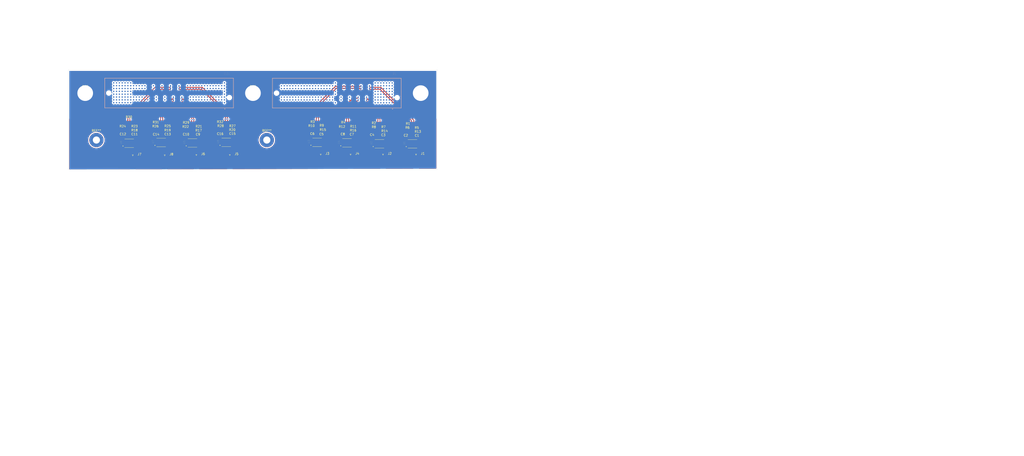
<source format=kicad_pcb>
(kicad_pcb (version 20211014) (generator pcbnew)
  (layers (0 "F.Cu" signal) (1 "In1.Cu" power) (2 "In2.Cu" signal) (31 "B.Cu" signal) (34 "B.Paste" user) (35 "F.Paste" user) (36 "B.SilkS" user "B.Silkscreen") (37 "F.SilkS" user "F.Silkscreen") (38 "B.Mask" user) (39 "F.Mask" user) (44 "Edge.Cuts" user))
  (net 0 "")
  (net 1 "Net-(C1-Pad2)")
  (net 2 "Net-(C1-Pad1)")
  (net 3 "Net-(C2-Pad2)")
  (net 4 "Net-(C2-Pad1)")
  (net 5 "Net-(C3-Pad2)")
  (net 6 "Net-(C3-Pad1)")
  (net 7 "Net-(C4-Pad2)")
  (net 8 "Net-(C4-Pad1)")
  (net 9 "Net-(C5-Pad2)")
  (net 10 "Net-(C5-Pad1)")
  (net 11 "Net-(C6-Pad2)")
  (net 12 "Net-(C6-Pad1)")
  (net 13 "Net-(C7-Pad2)")
  (net 14 "Net-(C7-Pad1)")
  (net 15 "Net-(C8-Pad2)")
  (net 16 "Net-(C8-Pad1)")
  (net 17 "Net-(C9-Pad2)")
  (net 18 "Net-(C9-Pad1)")
  (net 19 "Net-(C10-Pad2)")
  (net 20 "Net-(C10-Pad1)")
  (net 21 "Net-(C11-Pad2)")
  (net 22 "Net-(C11-Pad1)")
  (net 23 "Net-(C12-Pad2)")
  (net 24 "Net-(C12-Pad1)")
  (net 25 "Net-(C13-Pad2)")
  (net 26 "Net-(C13-Pad1)")
  (net 27 "Net-(C14-Pad2)")
  (net 28 "Net-(C14-Pad1)")
  (net 29 "Net-(C15-Pad2)")
  (net 30 "Net-(C15-Pad1)")
  (net 31 "Net-(C16-Pad2)")
  (net 32 "Net-(C16-Pad1)")
  (net 33 "Net-(J1-Pad1)")
  (net 34 "GND")
  (net 35 "Net-(J2-Pad1)")
  (net 36 "Net-(J3-Pad1)")
  (net 37 "Net-(J4-Pad1)")
  (net 38 "Net-(J5-Pad1)")
  (net 39 "Net-(J6-Pad1)")
  (net 40 "Net-(J7-Pad1)")
  (net 41 "Net-(J8-Pad1)")
  (net 42 "ADC_A0_P")
  (net 43 "ADC_A0_N")
  (net 44 "ADC_A1_P")
  (net 45 "ADC_A1_N")
  (net 46 "ADC_B0_N")
  (net 47 "ADC_B0_P")
  (net 48 "ADC_B1_N")
  (net 49 "ADC_B1_P")
  (net 50 "DAC_B0_N")
  (net 51 "DAC_B0_P")
  (net 52 "DAC_A1_P")
  (net 53 "DAC_A1_N")
  (net 54 "DAC_A0_P")
  (net 55 "DAC_A0_N")
  (net 56 "DAC_B1_N")
  (net 57 "DAC_B1_P")
  (net 58 "Net-(U1-Pad1)")
  (net 59 "Net-(U2-Pad1)")
  (net 60 "Net-(U3-Pad1)")
  (net 61 "Net-(U4-Pad1)")
  (net 62 "Net-(U5-Pad1)")
  (net 63 "Net-(U6-Pad1)")
  (net 64 "Net-(U7-Pad1)")
  (net 65 "Net-(U8-Pad1)")
  (net 66 "Net-(J9-PadA21)")
  (net 67 "Net-(J9-PadA07)")
  (net 68 "Net-(J9-PadA06)")
  (net 69 "Net-(J9-PadA05)")
  (net 70 "Net-(J9-PadA04)")
  (net 71 "Net-(J9-PadA03)")
  (net 72 "Net-(J9-PadA02)")
  (net 73 "Net-(J9-PadB40)")
  (net 74 "Net-(J9-PadB39)")
  (net 75 "Net-(J9-PadB38)")
  (net 76 "Net-(J9-PadB37)")
  (net 77 "Net-(J9-PadB36)")
  (net 78 "Net-(J9-PadB35)")
  (net 79 "Net-(J9-PadB34)")
  (net 80 "Net-(J9-PadB33)")
  (net 81 "Net-(J9-PadB32)")
  (net 82 "Net-(J9-PadB31)")
  (net 83 "Net-(J9-PadB30)")
  (net 84 "Net-(J9-PadB29)")
  (net 85 "Net-(J9-PadB28)")
  (net 86 "Net-(J9-PadB27)")
  (net 87 "Net-(J9-PadB26)")
  (net 88 "Net-(J9-PadB25)")
  (net 89 "Net-(J9-PadB24)")
  (net 90 "Net-(J9-PadB23)")
  (net 91 "Net-(J9-PadB22)")
  (net 92 "Net-(J9-PadB07)")
  (net 93 "Net-(J9-PadB06)")
  (net 94 "Net-(J9-PadB05)")
  (net 95 "Net-(J9-PadB04)")
  (net 96 "Net-(J9-PadB03)")
  (net 97 "Net-(J9-PadB02)")
  (net 98 "Net-(J9-PadC40)")
  (net 99 "Net-(J9-PadC39)")
  (net 100 "Net-(J9-PadC38)")
  (net 101 "Net-(J9-PadC37)")
  (net 102 "Net-(J9-PadC36)")
  (net 103 "Net-(J9-PadC35)")
  (net 104 "Net-(J9-PadC34)")
  (net 105 "Net-(J9-PadC33)")
  (net 106 "Net-(J9-PadC32)")
  (net 107 "Net-(J9-PadC31)")
  (net 108 "Net-(J9-PadC30)")
  (net 109 "Net-(J9-PadC29)")
  (net 110 "Net-(J9-PadC28)")
  (net 111 "Net-(J9-PadC27)")
  (net 112 "Net-(J9-PadC26)")
  (net 113 "Net-(J9-PadC25)")
  (net 114 "Net-(J9-PadC24)")
  (net 115 "Net-(J9-PadC23)")
  (net 116 "Net-(J9-PadC22)")
  (net 117 "Net-(J9-PadC07)")
  (net 118 "Net-(J9-PadC06)")
  (net 119 "Net-(J9-PadC05)")
  (net 120 "Net-(J9-PadC04)")
  (net 121 "Net-(J9-PadC03)")
  (net 122 "Net-(J9-PadC02)")
  (net 123 "Net-(J9-PadD21)")
  (net 124 "Net-(J9-PadD07)")
  (net 125 "Net-(J9-PadD06)")
  (net 126 "Net-(J9-PadD05)")
  (net 127 "Net-(J9-PadD04)")
  (net 128 "Net-(J9-PadD03)")
  (net 129 "Net-(J9-PadD02)")
  (net 130 "Net-(J9-PadE21)")
  (net 131 "Net-(J9-PadE07)")
  (net 132 "Net-(J9-PadE06)")
  (net 133 "Net-(J9-PadE05)")
  (net 134 "Net-(J9-PadE04)")
  (net 135 "Net-(J9-PadE03)")
  (net 136 "Net-(J9-PadE02)")
  (net 137 "Net-(J9-PadF40)")
  (net 138 "Net-(J9-PadF39)")
  (net 139 "Net-(J9-PadF38)")
  (net 140 "Net-(J9-PadF37)")
  (net 141 "Net-(J9-PadF36)")
  (net 142 "Net-(J9-PadF35)")
  (net 143 "Net-(J9-PadF34)")
  (net 144 "Net-(J9-PadF33)")
  (net 145 "Net-(J9-PadF32)")
  (net 146 "Net-(J9-PadF31)")
  (net 147 "Net-(J9-PadF30)")
  (net 148 "Net-(J9-PadF29)")
  (net 149 "Net-(J9-PadF28)")
  (net 150 "Net-(J9-PadF27)")
  (net 151 "Net-(J9-PadF26)")
  (net 152 "Net-(J9-PadF25)")
  (net 153 "Net-(J9-PadF24)")
  (net 154 "Net-(J9-PadF23)")
  (net 155 "Net-(J9-PadF22)")
  (net 156 "Net-(J9-PadF21)")
  (net 157 "Net-(J9-PadF07)")
  (net 158 "Net-(J9-PadF06)")
  (net 159 "Net-(J9-PadF05)")
  (net 160 "Net-(J9-PadF04)")
  (net 161 "Net-(J9-PadF03)")
  (net 162 "Net-(J9-PadF02)")
  (net 163 "Net-(J9-PadG40)")
  (net 164 "Net-(J9-PadG39)")
  (net 165 "Net-(J9-PadG38)")
  (net 166 "Net-(J9-PadG37)")
  (net 167 "Net-(J9-PadG36)")
  (net 168 "Net-(J9-PadG35)")
  (net 169 "Net-(J9-PadG34)")
  (net 170 "Net-(J9-PadG33)")
  (net 171 "Net-(J9-PadG32)")
  (net 172 "Net-(J9-PadG31)")
  (net 173 "Net-(J9-PadG30)")
  (net 174 "Net-(J9-PadG29)")
  (net 175 "Net-(J9-PadG28)")
  (net 176 "Net-(J9-PadG27)")
  (net 177 "Net-(J9-PadG26)")
  (net 178 "Net-(J9-PadG25)")
  (net 179 "Net-(J9-PadG24)")
  (net 180 "Net-(J9-PadG23)")
  (net 181 "Net-(J9-PadG22)")
  (net 182 "Net-(J9-PadG21)")
  (net 183 "Net-(J9-PadG07)")
  (net 184 "Net-(J9-PadG06)")
  (net 185 "Net-(J9-PadG05)")
  (net 186 "Net-(J9-PadG04)")
  (net 187 "Net-(J9-PadG03)")
  (net 188 "Net-(J9-PadG02)")
  (net 189 "Net-(J9-PadH21)")
  (net 190 "Net-(J9-PadH07)")
  (net 191 "Net-(J9-PadH06)")
  (net 192 "Net-(J9-PadH05)")
  (net 193 "Net-(J9-PadH04)")
  (net 194 "Net-(J9-PadH03)")
  (net 195 "Net-(J9-PadH02)")
  (net 196 "Net-(J9-PadH01)")
  (net 197 "Net-(J9-PadG01)")
  (net 198 "Net-(J9-PadF01)")
  (net 199 "Net-(J9-PadE01)")
  (net 200 "Net-(J9-PadD01)")
  (net 201 "Net-(J9-PadC01)")
  (net 202 "Net-(J9-PadB01)")
  (net 203 "Net-(J9-PadA01)")
  (net 204 "Net-(J10-PadA40)")
  (net 205 "Net-(J10-PadA39)")
  (net 206 "Net-(J10-PadA38)")
  (net 207 "Net-(J10-PadA37)")
  (net 208 "Net-(J10-PadA36)")
  (net 209 "Net-(J10-PadA35)")
  (net 210 "Net-(J10-PadA34)")
  (net 211 "Net-(J10-PadB40)")
  (net 212 "Net-(J10-PadB39)")
  (net 213 "Net-(J10-PadB38)")
  (net 214 "Net-(J10-PadB37)")
  (net 215 "Net-(J10-PadB36)")
  (net 216 "Net-(J10-PadB35)")
  (net 217 "Net-(J10-PadB34)")
  (net 218 "Net-(J10-PadB33)")
  (net 219 "Net-(J10-PadB32)")
  (net 220 "Net-(J10-PadB31)")
  (net 221 "Net-(J10-PadB30)")
  (net 222 "Net-(J10-PadB29)")
  (net 223 "Net-(J10-PadB28)")
  (net 224 "Net-(J10-PadB12)")
  (net 225 "Net-(J10-PadB11)")
  (net 226 "Net-(J10-PadB09)")
  (net 227 "Net-(J10-PadB08)")
  (net 228 "Net-(J10-PadB07)")
  (net 229 "Net-(J10-PadB06)")
  (net 230 "Net-(J10-PadB05)")
  (net 231 "Net-(J10-PadB04)")
  (net 232 "Net-(J10-PadB03)")
  (net 233 "Net-(J10-PadB02)")
  (net 234 "Net-(J10-PadC40)")
  (net 235 "Net-(J10-PadC39)")
  (net 236 "Net-(J10-PadC38)")
  (net 237 "Net-(J10-PadC37)")
  (net 238 "Net-(J10-PadC36)")
  (net 239 "Net-(J10-PadC35)")
  (net 240 "Net-(J10-PadC34)")
  (net 241 "Net-(J10-PadC33)")
  (net 242 "Net-(J10-PadC32)")
  (net 243 "Net-(J10-PadC31)")
  (net 244 "Net-(J10-PadC30)")
  (net 245 "Net-(J10-PadC29)")
  (net 246 "Net-(J10-PadC28)")
  (net 247 "Net-(J10-PadC12)")
  (net 248 "Net-(J10-PadC11)")
  (net 249 "Net-(J10-PadC09)")
  (net 250 "Net-(J10-PadC08)")
  (net 251 "Net-(J10-PadC07)")
  (net 252 "Net-(J10-PadC06)")
  (net 253 "Net-(J10-PadC05)")
  (net 254 "Net-(J10-PadC04)")
  (net 255 "Net-(J10-PadC03)")
  (net 256 "Net-(J10-PadC02)")
  (net 257 "Net-(J10-PadD40)")
  (net 258 "Net-(J10-PadD39)")
  (net 259 "Net-(J10-PadD38)")
  (net 260 "Net-(J10-PadD37)")
  (net 261 "Net-(J10-PadD36)")
  (net 262 "Net-(J10-PadD35)")
  (net 263 "Net-(J10-PadD34)")
  (net 264 "Net-(J10-PadE40)")
  (net 265 "Net-(J10-PadE39)")
  (net 266 "Net-(J10-PadE38)")
  (net 267 "Net-(J10-PadE37)")
  (net 268 "Net-(J10-PadE36)")
  (net 269 "Net-(J10-PadE35)")
  (net 270 "Net-(J10-PadE34)")
  (net 271 "Net-(J10-PadF40)")
  (net 272 "Net-(J10-PadF39)")
  (net 273 "Net-(J10-PadF38)")
  (net 274 "Net-(J10-PadF37)")
  (net 275 "Net-(J10-PadF36)")
  (net 276 "Net-(J10-PadF35)")
  (net 277 "Net-(J10-PadF34)")
  (net 278 "Net-(J10-PadF33)")
  (net 279 "Net-(J10-PadF32)")
  (net 280 "Net-(J10-PadF31)")
  (net 281 "Net-(J10-PadF30)")
  (net 282 "Net-(J10-PadF29)")
  (net 283 "Net-(J10-PadF13)")
  (net 284 "Net-(J10-PadF12)")
  (net 285 "Net-(J10-PadF10)")
  (net 286 "Net-(J10-PadF09)")
  (net 287 "Net-(J10-PadF08)")
  (net 288 "Net-(J10-PadF07)")
  (net 289 "Net-(J10-PadF06)")
  (net 290 "Net-(J10-PadF05)")
  (net 291 "Net-(J10-PadF04)")
  (net 292 "Net-(J10-PadF03)")
  (net 293 "Net-(J10-PadF02)")
  (net 294 "Net-(J10-PadG40)")
  (net 295 "Net-(J10-PadG39)")
  (net 296 "Net-(J10-PadG38)")
  (net 297 "Net-(J10-PadG37)")
  (net 298 "Net-(J10-PadG36)")
  (net 299 "Net-(J10-PadG35)")
  (net 300 "Net-(J10-PadG34)")
  (net 301 "Net-(J10-PadG33)")
  (net 302 "Net-(J10-PadG32)")
  (net 303 "Net-(J10-PadG31)")
  (net 304 "Net-(J10-PadG30)")
  (net 305 "Net-(J10-PadG29)")
  (net 306 "Net-(J10-PadG13)")
  (net 307 "Net-(J10-PadG12)")
  (net 308 "Net-(J10-PadG10)")
  (net 309 "Net-(J10-PadG09)")
  (net 310 "Net-(J10-PadG08)")
  (net 311 "Net-(J10-PadG07)")
  (net 312 "Net-(J10-PadG06)")
  (net 313 "Net-(J10-PadG05)")
  (net 314 "Net-(J10-PadG04)")
  (net 315 "Net-(J10-PadG03)")
  (net 316 "Net-(J10-PadG02)")
  (net 317 "Net-(J10-PadH40)")
  (net 318 "Net-(J10-PadH39)")
  (net 319 "Net-(J10-PadH38)")
  (net 320 "Net-(J10-PadH37)")
  (net 321 "Net-(J10-PadH36)")
  (net 322 "Net-(J10-PadH35)")
  (net 323 "Net-(J10-PadH34)")
  (net 324 "Net-(J10-PadH01)")
  (net 325 "Net-(J10-PadG01)")
  (net 326 "Net-(J10-PadF01)")
  (net 327 "Net-(J10-PadE01)")
  (net 328 "Net-(J10-PadD01)")
  (net 329 "Net-(J10-PadC01)")
  (net 330 "Net-(J10-PadB01)")
  (net 331 "Net-(J10-PadA01)")
  (net 332 "Net-(J10-PadB13)")
  (net 333 "Net-(J10-PadB10)")
  (net 334 "Net-(J10-PadC13)")
  (net 335 "Net-(J10-PadC10)")
  (net 336 "Net-(J10-PadF14)")
  (net 337 "Net-(J10-PadF11)")
  (net 338 "Net-(J10-PadG14)")
  (net 339 "Net-(J10-PadG11)")
  (net 340 "ADC_D1_P")
  (net 341 "ADC_C1_P")
  (net 342 "ADC_D1_N")
  (net 343 "ADC_C1_N")
  (net 344 "ADC_D0_P")
  (net 345 "ADC_C0_P")
  (net 346 "ADC_D0_N")
  (net 347 "ADC_C0_N")
  (net 348 "DAC_C0_P")
  (net 349 "DAC_D0_P")
  (net 350 "DAC_C0_N")
  (net 351 "DAC_D0_N")
  (net 352 "DAC_C1_P")
  (net 353 "DAC_D1_P")
  (net 354 "DAC_C1_N")
  (net 355 "DAC_D1_N")
  (footprint "Capacitor_SMD:C_0402_1005Metric" (layer "F.Cu") (at 146.9035 19.0167 90)
    (fp_text reference "C1")
    (fp_text value ".01u")
  )
  (footprint "Capacitor_SMD:C_0402_1005Metric" (layer "F.Cu") (at 145.8875 19.0167 90)
    (fp_text reference "C2")
    (fp_text value ".01u")
  )
  (footprint "Capacitor_SMD:C_0402_1005Metric" (layer "F.Cu") (at 131.8215 18.7407 90)
    (fp_text reference "C3")
    (fp_text value ".01u")
  )
  (footprint "Capacitor_SMD:C_0402_1005Metric" (layer "F.Cu") (at 130.8055 18.7407 90)
    (fp_text reference "C4")
    (fp_text value ".01u")
  )
  (footprint "Capacitor_SMD:C_0402_1005Metric" (layer "F.Cu") (at 104.3421 18.2013 90)
    (fp_text reference "C5")
    (fp_text value ".01u")
  )
  (footprint "Capacitor_SMD:C_0402_1005Metric" (layer "F.Cu") (at 103.3261 18.2013 90)
    (fp_text reference "C6")
    (fp_text value ".01u")
  )
  (footprint "Capacitor_SMD:C_0402_1005Metric" (layer "F.Cu") (at 117.8261 18.4613 90)
    (fp_text reference "C7")
    (fp_text value ".01u")
  )
  (footprint "Capacitor_SMD:C_0402_1005Metric" (layer "F.Cu") (at 116.8101 18.4613 90)
    (fp_text reference "C8")
    (fp_text value ".01u")
  )
  (footprint "Capacitor_SMD:C_0402_1005Metric" (layer "F.Cu") (at 48.5598 18.4455 90)
    (fp_text reference "C9")
    (fp_text value ".01u")
  )
  (footprint "Capacitor_SMD:C_0402_1005Metric" (layer "F.Cu") (at 47.5438 18.4455 90)
    (fp_text reference "C10")
    (fp_text value ".01u")
  )
  (footprint "Capacitor_SMD:C_0402_1005Metric" (layer "F.Cu") (at 20.011 18.3439 90)
    (fp_text reference "C11")
    (fp_text value ".01u")
  )
  (footprint "Capacitor_SMD:C_0402_1005Metric" (layer "F.Cu") (at 18.995 18.3439 90)
    (fp_text reference "C12")
    (fp_text value ".01u")
  )
  (footprint "Capacitor_SMD:C_0402_1005Metric" (layer "F.Cu") (at 34.666 18.3999 90)
    (fp_text reference "C13")
    (fp_text value ".01u")
  )
  (footprint "Capacitor_SMD:C_0402_1005Metric" (layer "F.Cu") (at 33.65 18.3999 90)
    (fp_text reference "C14")
    (fp_text value ".01u")
  )
  (footprint "Capacitor_SMD:C_0402_1005Metric" (layer "F.Cu") (at 63.6474 18.1915 90)
    (fp_text reference "C15")
    (fp_text value ".01u")
  )
  (footprint "Capacitor_SMD:C_0402_1005Metric" (layer "F.Cu") (at 62.6314 18.1915 90)
    (fp_text reference "C16")
    (fp_text value ".01u")
  )
  (footprint "Connector_Coaxial:SMA_Amphenol_132289_EdgeMount" (layer "F.Cu") (at 147.9195 31 -90)
    (fp_text reference "J1")
    (fp_text value "Conn_Coaxial")
  )
  (footprint "Connector_Coaxial:SMA_Amphenol_132289_EdgeMount" (layer "F.Cu") (at 133.155 31 -90)
    (fp_text reference "J2")
    (fp_text value "Conn_Coaxial")
  )
  (footprint "Connector_Coaxial:SMA_Amphenol_132289_EdgeMount" (layer "F.Cu") (at 105.2946 31 -90)
    (fp_text reference "J3")
    (fp_text value "Conn_Coaxial")
  )
  (footprint "Connector_Coaxial:SMA_Amphenol_132289_EdgeMount" (layer "F.Cu") (at 118.6516 31 -90)
    (fp_text reference "J4")
    (fp_text value "Conn_Coaxial")
  )
  (footprint "Connector_Coaxial:SMA_Amphenol_132289_EdgeMount" (layer "F.Cu") (at 49.7028 31.1735 -90)
    (fp_text reference "J6")
    (fp_text value "Conn_Coaxial")
  )
  (footprint "Connector_Coaxial:SMA_Amphenol_132289_EdgeMount" (layer "F.Cu") (at 21.2683 31.3259 -90)
    (fp_text reference "J7")
    (fp_text value "Conn_Coaxial")
  )
  (footprint "Connector_Coaxial:SMA_Amphenol_132289_EdgeMount" (layer "F.Cu") (at 35.555 31.3259 -90)
    (fp_text reference "J8")
    (fp_text value "Conn_Coaxial")
  )
  (footprint "Connector_Coaxial:SMA_Amphenol_132289_EdgeMount" (layer "F.Cu") (at 64.6634 31.1735 -90)
    (fp_text reference "J5")
    (fp_text value "Conn_Coaxial")
  )
  (footprint "Resistor_SMD:R_0402_1005Metric" (layer "F.Cu") (at 146.3935 13.6547 180)
    (fp_text reference "R1")
    (fp_text value "590")
  )
  (footprint "Resistor_SMD:R_0402_1005Metric" (layer "F.Cu") (at 131.3155 13.3787 180)
    (fp_text reference "R2")
    (fp_text value "590")
  )
  (footprint "Resistor_SMD:R_0402_1005Metric" (layer "F.Cu") (at 103.8321 12.8393 180)
    (fp_text reference "R3")
    (fp_text value "590")
  )
  (footprint "Resistor_SMD:R_0402_1005Metric" (layer "F.Cu") (at 117.3201 13.0993 180)
    (fp_text reference "R4")
    (fp_text value "590")
  )
  (footprint "Resistor_SMD:R_0402_1005Metric" (layer "F.Cu") (at 146.9035 15.4307 90)
    (fp_text reference "R5")
    (fp_text value "17.4")
  )
  (footprint "Resistor_SMD:R_0402_1005Metric" (layer "F.Cu") (at 145.8875 15.4307 90)
    (fp_text reference "R6")
    (fp_text value "17.4")
  )
  (footprint "Resistor_SMD:R_0402_1005Metric" (layer "F.Cu") (at 131.8215 15.1547 90)
    (fp_text reference "R7")
    (fp_text value "17.4")
  )
  (footprint "Resistor_SMD:R_0402_1005Metric" (layer "F.Cu") (at 130.8055 15.1547 90)
    (fp_text reference "R8")
    (fp_text value "17.4")
  )
  (footprint "Resistor_SMD:R_0402_1005Metric" (layer "F.Cu") (at 104.3421 14.6153 90)
    (fp_text reference "R9")
    (fp_text value "17.4")
  )
  (footprint "Resistor_SMD:R_0402_1005Metric" (layer "F.Cu") (at 103.3261 14.6153 90)
    (fp_text reference "R10")
    (fp_text value "17.4")
  )
  (footprint "Resistor_SMD:R_0402_1005Metric" (layer "F.Cu") (at 117.8261 14.8753 90)
    (fp_text reference "R11")
    (fp_text value "17.4")
  )
  (footprint "Resistor_SMD:R_0402_1005Metric" (layer "F.Cu") (at 116.8101 14.8753 90)
    (fp_text reference "R12")
    (fp_text value "17.4")
  )
  (footprint "Resistor_SMD:R_0402_1005Metric" (layer "F.Cu") (at 146.3975 17.2107 180)
    (fp_text reference "R13")
    (fp_text value "590")
  )
  (footprint "Resistor_SMD:R_0402_1005Metric" (layer "F.Cu") (at 131.3115 16.9347 180)
    (fp_text reference "R14")
    (fp_text value "590")
  )
  (footprint "Resistor_SMD:R_0402_1005Metric" (layer "F.Cu") (at 103.8321 16.3953 180)
    (fp_text reference "R15")
    (fp_text value "590")
  )
  (footprint "Resistor_SMD:R_0402_1005Metric" (layer "F.Cu") (at 117.3161 16.6553 180)
    (fp_text reference "R16")
    (fp_text value "590")
  )
  (footprint "Resistor_SMD:R_0402_1005Metric" (layer "F.Cu") (at 48.0498 16.6955)
    (fp_text reference "R17")
    (fp_text value "590")
  )
  (footprint "Resistor_SMD:R_0402_1005Metric" (layer "F.Cu") (at 19.505 16.5939)
    (fp_text reference "R18")
    (fp_text value "590")
  )
  (footprint "Resistor_SMD:R_0402_1005Metric" (layer "F.Cu") (at 34.156 16.5939)
    (fp_text reference "R19")
    (fp_text value "590")
  )
  (footprint "Resistor_SMD:R_0402_1005Metric" (layer "F.Cu") (at 63.1374 16.4415)
    (fp_text reference "R20")
    (fp_text value "590")
  )
  (footprint "Resistor_SMD:R_0402_1005Metric" (layer "F.Cu") (at 48.5598 14.9663 90)
    (fp_text reference "R21")
    (fp_text value "17.4")
  )
  (footprint "Resistor_SMD:R_0402_1005Metric" (layer "F.Cu") (at 47.5438 14.9663 90)
    (fp_text reference "R22")
    (fp_text value "17.4")
  )
  (footprint "Resistor_SMD:R_0402_1005Metric" (layer "F.Cu") (at 20.011 14.8179 90)
    (fp_text reference "R23")
    (fp_text value "17.4")
  )
  (footprint "Resistor_SMD:R_0402_1005Metric" (layer "F.Cu") (at 18.995 14.8179 90)
    (fp_text reference "R24")
    (fp_text value "17.4")
  )
  (footprint "Resistor_SMD:R_0402_1005Metric" (layer "F.Cu") (at 34.666 14.8139 90)
    (fp_text reference "R25")
    (fp_text value "17.4")
  )
  (footprint "Resistor_SMD:R_0402_1005Metric" (layer "F.Cu") (at 33.65 14.8139 90)
    (fp_text reference "R26")
    (fp_text value "17.4")
  )
  (footprint "Resistor_SMD:R_0402_1005Metric" (layer "F.Cu") (at 63.6474 14.6615 90)
    (fp_text reference "R27")
    (fp_text value "17.4")
  )
  (footprint "Resistor_SMD:R_0402_1005Metric" (layer "F.Cu") (at 62.6314 14.6615 90)
    (fp_text reference "R28")
    (fp_text value "17.4")
  )
  (footprint "Resistor_SMD:R_0402_1005Metric" (layer "F.Cu") (at 48.0498 13.1395)
    (fp_text reference "R29")
    (fp_text value "590")
  )
  (footprint "Resistor_SMD:R_0402_1005Metric" (layer "F.Cu") (at 19.501 13.0379)
    (fp_text reference "R30")
    (fp_text value "590")
  )
  (footprint "Resistor_SMD:R_0402_1005Metric" (layer "F.Cu") (at 34.16 13.0379)
    (fp_text reference "R31")
    (fp_text value "590")
  )
  (footprint "Resistor_SMD:R_0402_1005Metric" (layer "F.Cu") (at 63.1374 12.8855)
    (fp_text reference "R32")
    (fp_text value "590")
  )
  (footprint "MINICIRCUITS:XFMR_TCM2-33WX+" (layer "F.Cu") (at 146.3295 22.6717 90)
    (fp_text reference "U1")
    (fp_text value "TCM2-33WX+")
  )
  (footprint "MINICIRCUITS:XFMR_TCM2-33WX+" (layer "F.Cu") (at 131.565 22.6497 90)
    (fp_text reference "U2")
    (fp_text value "TCM2-33WX+")
  )
  (footprint "MINICIRCUITS:XFMR_TCM2-33WX+" (layer "F.Cu") (at 103.704593 22.046801 90)
    (fp_text reference "U3")
    (fp_text value "TCM2-33WX+")
  )
  (footprint "MINICIRCUITS:XFMR_TCM2-33WX+" (layer "F.Cu") (at 117.0616 22.3068 90)
    (fp_text reference "U4")
    (fp_text value "TCM2-33WX+")
  )
  (footprint "MINICIRCUITS:XFMR_TCM2-33WX+" (layer "F.Cu") (at 47.9604 22.3343 90)
    (fp_text reference "U5")
    (fp_text value "TCM2-33WX+")
  )
  (footprint "MINICIRCUITS:XFMR_TCM2-33WX+" (layer "F.Cu") (at 19.6783 22.4105 90)
    (fp_text reference "U6")
    (fp_text value "TCM2-33WX+")
  )
  (footprint "MINICIRCUITS:XFMR_TCM2-33WX+" (layer "F.Cu") (at 33.965 22.1184 90)
    (fp_text reference "U7")
    (fp_text value "TCM2-33WX+")
  )
  (footprint "MINICIRCUITS:XFMR_TCM2-33WX+" (layer "F.Cu") (at 63.0734 22.0803 90)
    (fp_text reference "U8")
    (fp_text value "TCM2-33WX+")
  )
  (footprint "MountingHole:MountingHole_2.2mm_M2_DIN965_Pad" (layer "F.Cu") (at 75.0062 0)
    (fp_text reference "REF")
    (fp_text value "MountingHole_2.2mm_M2_DIN965_Pad")
  )
  (footprint "MountingHole:MountingHole_2.2mm_M2_DIN965_Pad" (layer "F.Cu") (at 0 0)
    (fp_text reference "REF")
    (fp_text value "MountingHole_2.2mm_M2_DIN965_Pad")
  )
  (footprint "MountingHole:MountingHole_3.2mm_M3_Pad" (layer "F.Cu") (at 5 21)
    (fp_text reference "REF**")
    (fp_text value "MountingHole_3.2mm_M3_Pad")
  )
  (footprint "MountingHole:MountingHole_3.2mm_M3_Pad" (layer "F.Cu") (at 81.2 21)
    (fp_text reference "REF**")
    (fp_text value "MountingHole_3.2mm_M3_Pad")
  )
  (footprint "MountingHole:MountingHole_2.2mm_M2_DIN965_Pad" (layer "F.Cu") (at 149.9997 0)
    (fp_text reference "e")
    (fp_text value "MountingHole_2.2mm_M2_DIN965_Pad")
  )
  (footprint "LPAM:SAMTEC_LPAM-40-01.0-X-08-X-K-TR" (layer "B.Cu") (at 37.50116 -0.032 180)
    (fp_text reference "J10")
    (fp_text value "LPAM-40-01.0-X-08-X-K-TR")
  )
  (footprint "LPAM:SAMTEC_LPAM-40-01.0-X-08-X-K-TR" (layer "B.Cu") (at 112.500848 0 180)
    (fp_text reference "J9")
    (fp_text value "LPAM-40-01.0-X-08-X-K-TR")
  )
  (gr_line (start 157.48 34.163) (end 157.48 -10.446) (layer "Edge.Cuts") (width 0.05))
  (gr_line (start 157.48 34.163) (end -7.62 34.163) (layer "Edge.Cuts") (width 0.05))
  (gr_line (start -7.62 -10.446) (end -7.62 34.163) (layer "Edge.Cuts") (width 0.05))
  (gr_line (start 157.48 -10.446) (end -7.62 -10.446) (layer "Edge.Cuts") (width 0.05))
  (segment (start 146.9035 18.5367) (end 146.9035 15.9407) (width 0.370586) (layer "F.Cu") (net 1))
  (segment (start 147.9195 21.4017) (end 147.9195 20.5127) (width 0.370586) (layer "F.Cu") (net 2))
  (segment (start 147.9195 20.5127) (end 146.9035 19.4967) (width 0.370586) (layer "F.Cu") (net 2))
  (segment (start 145.8875 15.9407) (end 145.8875 18.5367) (width 0.370586) (layer "F.Cu") (net 3))
  (segment (start 144.7395 21.4017) (end 144.7395 20.6447) (width 0.370586) (layer "F.Cu") (net 4))
  (segment (start 144.7395 20.6447) (end 145.8875 19.4967) (width 0.370586) (layer "F.Cu") (net 4))
  (segment (start 131.8215 18.2607) (end 131.8215 15.6647) (width 0.370586) (layer "F.Cu") (net 5))
  (segment (start 133.155 21.3797) (end 133.155 20.5542) (width 0.370586) (layer "F.Cu") (net 6))
  (segment (start 133.155 20.5542) (end 131.8215 19.2207) (width 0.370586) (layer "F.Cu") (net 6))
  (segment (start 130.8055 15.6647) (end 130.8055 18.2607) (width 0.370586) (layer "F.Cu") (net 7))
  (segment (start 129.975 21.3797) (end 129.975 20.0512) (width 0.370586) (layer "F.Cu") (net 8))
  (segment (start 129.975 20.0512) (end 130.8055 19.2207) (width 0.370586) (layer "F.Cu") (net 8))
  (segment (start 104.3421 17.7213) (end 104.3421 15.1253) (width 0.370586) (layer "F.Cu") (net 9))
  (segment (start 105.2946 20.7768) (end 105.2946 19.6338) (width 0.370586) (layer "F.Cu") (net 10))
  (segment (start 105.2946 19.6338) (end 104.3421 18.6813) (width 0.370586) (layer "F.Cu") (net 10))
  (segment (start 103.3261 17.7213) (end 103.3261 15.1253) (width 0.370586) (layer "F.Cu") (net 11))
  (segment (start 102.1146 20.7768) (end 102.1146 19.8928) (width 0.370586) (layer "F.Cu") (net 12))
  (segment (start 102.1146 19.8928) (end 103.3261 18.6813) (width 0.370586) (layer "F.Cu") (net 12))
  (segment (start 117.8261 17.9813) (end 117.8261 15.3853) (width 0.370586) (layer "F.Cu") (net 13))
  (segment (start 118.6516 21.0368) (end 118.6516 19.7668) (width 0.370586) (layer "F.Cu") (net 14))
  (segment (start 118.6516 19.7668) (end 117.8261 18.9413) (width 0.370586) (layer "F.Cu") (net 14))
  (segment (start 116.8101 17.9813) (end 116.8101 15.3853) (width 0.370586) (layer "F.Cu") (net 15))
  (segment (start 115.4716 21.0368) (end 115.4716 20.2798) (width 0.370586) (layer "F.Cu") (net 16))
  (segment (start 115.4716 20.2798) (end 116.8101 18.9413) (width 0.370586) (layer "F.Cu") (net 16))
  (segment (start 48.5598 17.9655) (end 48.5598 15.4763) (width 0.370586) (layer "F.Cu") (net 17))
  (segment (start 49.5504 19.9161) (end 48.5598 18.9255) (width 0.370586) (layer "F.Cu") (net 18))
  (segment (start 49.5504 21.0643) (end 49.5504 19.9161) (width 0.370586) (layer "F.Cu") (net 18))
  (segment (start 47.5438 15.4763) (end 47.5438 17.9655) (width 0.370586) (layer "F.Cu") (net 19))
  (segment (start 46.3704 21.0643) (end 46.3704 20.0989) (width 0.370586) (layer "F.Cu") (net 20))
  (segment (start 46.3704 20.0989) (end 47.5438 18.9255) (width 0.370586) (layer "F.Cu") (net 20))
  (segment (start 20.011 15.3279) (end 20.011 17.8639) (width 0.370586) (layer "F.Cu") (net 21))
  (segment (start 21.2683 21.1405) (end 21.2683 20.0812) (width 0.370586) (layer "F.Cu") (net 22))
  (segment (start 21.2683 20.0812) (end 20.011 18.8239) (width 0.370586) (layer "F.Cu") (net 22))
  (segment (start 18.995 17.8639) (end 18.995 15.3279) (width 0.370586) (layer "F.Cu") (net 23))
  (segment (start 18.0883 21.1405) (end 18.0883 19.7306) (width 0.370586) (layer "F.Cu") (net 24))
  (segment (start 18.0883 19.7306) (end 18.995 18.8239) (width 0.370586) (layer "F.Cu") (net 24))
  (segment (start 34.666 17.9199) (end 34.666 15.3239) (width 0.370586) (layer "F.Cu") (net 25))
  (segment (start 35.555 20.8484) (end 35.555 19.7689) (width 0.370586) (layer "F.Cu") (net 26))
  (segment (start 35.555 19.7689) (end 34.666 18.8799) (width 0.370586) (layer "F.Cu") (net 26))
  (segment (start 33.65 17.9199) (end 33.65 15.3239) (width 0.370586) (layer "F.Cu") (net 27))
  (segment (start 32.375 20.8484) (end 32.375 20.1549) (width 0.370586) (layer "F.Cu") (net 28))
  (segment (start 32.375 20.1549) (end 33.65 18.8799) (width 0.370586) (layer "F.Cu") (net 28))
  (segment (start 63.6474 15.1715) (end 63.6474 17.7115) (width 0.370586) (layer "F.Cu") (net 29))
  (segment (start 64.6634 20.8103) (end 64.6634 19.6875) (width 0.370586) (layer "F.Cu") (net 30))
  (segment (start 64.6634 19.6875) (end 63.6474 18.6715) (width 0.370586) (layer "F.Cu") (net 30))
  (segment (start 62.6314 15.1715) (end 62.6314 17.7115) (width 0.370586) (layer "F.Cu") (net 31))
  (segment (start 61.4834 20.8103) (end 61.4834 19.8195) (width 0.370586) (layer "F.Cu") (net 32))
  (segment (start 61.4834 19.8195) (end 62.6314 18.6715) (width 0.370586) (layer "F.Cu") (net 32))
  (segment (start 147.9195 30.6727) (end 147.9195 23.9417) (width 0.370586) (layer "F.Cu") (net 33))
  (segment (start 133.155 30.5872) (end 133.155 23.9197) (width 0.370586) (layer "F.Cu") (net 35))
  (segment (start 105.2946 30.1748) (end 105.2946 23.3168) (width 0.361696) (layer "F.Cu") (net 36))
  (segment (start 118.6516 30.3713) (end 118.6516 23.5768) (width 0.361696) (layer "F.Cu") (net 37))
  (segment (start 64.6634 31.6053) (end 64.6634 23.3503) (width 0.370586) (layer "F.Cu") (net 38))
  (segment (start 49.5504 23.6043) (end 49.5504 31.4275) (width 0.370586) (layer "F.Cu") (net 39))
  (segment (start 21.2683 32.253) (end 21.2683 23.6805) (width 0.370586) (layer "F.Cu") (net 40))
  (segment (start 35.555 31.8974) (end 35.555 23.3884) (width 0.370586) (layer "F.Cu") (net 41))
  (segment (start 145.8835 13.6547) (end 145.8835 12.1347) (width 0.370586) (layer "F.Cu") (net 42))
  (segment (start 145.8835 12.1347) (end 145.8855 12.1327) (width 0.370586) (layer "F.Cu") (net 42))
  (segment (start 145.8855 13.6567) (end 145.8835 13.6547) (width 0.370586) (layer "F.Cu") (net 42))
  (segment (start 145.8875 14.9207) (end 145.8875 13.6587) (width 0.370586) (layer "F.Cu") (net 42))
  (segment (start 145.8875 13.6587) (end 145.8855 13.6567) (width 0.370586) (layer "F.Cu") (net 42))
  (segment (start 127.325794 -1.713218) (end 131.837821 -1.713218) (width 0.342595) (layer "F.Cu") (net 42))
  (segment (start 127.122752 -1.510176) (end 127.325794 -1.713218) (width 0.342595) (layer "F.Cu") (net 42))
  (segment (start 131.837821 -1.713218) (end 145.683739 12.1327) (width 0.342595) (layer "F.Cu") (net 42))
  (segment (start 145.683739 12.1327) (end 145.8855 12.1327) (width 0.342595) (layer "F.Cu") (net 42))
  (via (at 145.8855 12.1327) (size 0.508) (drill 0.254) (layers "F.Cu" "B.Cu") (net 42))
  (via (at 127.122752 -1.510176) (size 0.508) (drill 0.254) (layers "F.Cu" "B.Cu") (net 42))
  (segment (start 127.127 -1.990776) (end 127.127 -1.514424) (width 0.342595) (layer "B.Cu") (net 42))
  (segment (start 146.9035 13.6547) (end 146.9035 12.1307) (width 0.370586) (layer "F.Cu") (net 43))
  (segment (start 146.9035 13.6547) (end 146.9035 13.6547) (width 0.370586) (layer "F.Cu") (net 43))
  (segment (start 146.9035 14.9207) (end 146.9035 13.6547) (width 0.370586) (layer "F.Cu") (net 43))
  (segment (start 127.122752 -2.780176) (end 127.325794 -2.577134) (width 0.342595) (layer "F.Cu") (net 43))
  (segment (start 127.325794 -2.577134) (end 132.195666 -2.577134) (width 0.342595) (layer "F.Cu") (net 43))
  (segment (start 132.195666 -2.577134) (end 146.9035 12.1307) (width 0.342595) (layer "F.Cu") (net 43))
  (via (at 146.9035 12.1307) (size 0.508) (drill 0.254) (layers "F.Cu" "B.Cu") (net 43))
  (via (at 127.122752 -2.780176) (size 0.508) (drill 0.254) (layers "F.Cu" "B.Cu") (net 43))
  (segment (start 127.127 -3.260776) (end 127.127 -2.784424) (width 0.342595) (layer "B.Cu") (net 43))
  (segment (start 130.8055 14.6447) (end 130.8055 12.1722) (width 0.370586) (layer "F.Cu") (net 44))
  (segment (start 130.869547 8.562141) (end 125.836006 3.5286) (width 0.370586) (layer "F.Cu") (net 44))
  (segment (start 130.8055 12.1722) (end 130.869547 12.108153) (width 0.370586) (layer "F.Cu") (net 44))
  (segment (start 130.869547 12.108153) (end 130.869547 8.562141) (width 0.370586) (layer "F.Cu") (net 44))
  (segment (start 125.836006 3.5286) (end 125.827352 3.5286) (width 0.370586) (layer "F.Cu") (net 44))
  (via (at 130.8055 12.1722) (size 0.508) (drill 0.254) (layers "F.Cu" "B.Cu") (net 44))
  (via (at 125.827352 3.5286) (size 0.508) (drill 0.254) (layers "F.Cu" "B.Cu") (net 44))
  (segment (start 125.8316 3.048) (end 125.8316 3.524352) (width 0.342595) (layer "B.Cu") (net 44))
  (segment (start 131.8255 12.1722) (end 131.8255 14.6407) (width 0.370586) (layer "F.Cu") (net 45))
  (segment (start 131.8255 14.6407) (end 131.8215 14.6447) (width 0.370586) (layer "F.Cu") (net 45))
  (segment (start 131.8255 13.3787) (end 131.8255 13.3787) (width 0.370586) (layer "F.Cu") (net 45))
  (segment (start 131.8215 13.3827) (end 131.8255 13.3787) (width 0.370586) (layer "F.Cu") (net 45))
  (segment (start 131.8215 14.6447) (end 131.8215 13.3827) (width 0.370586) (layer "F.Cu") (net 45))
  (segment (start 131.8215 13.3827) (end 131.8215 13.3827) (width 0.370586) (layer "F.Cu") (net 45))
  (segment (start 131.761453 8.192701) (end 125.827352 2.2586) (width 0.370586) (layer "F.Cu") (net 45))
  (segment (start 131.761453 12.108153) (end 131.761453 8.192701) (width 0.370586) (layer "F.Cu") (net 45))
  (segment (start 131.8255 12.1722) (end 131.761453 12.108153) (width 0.370586) (layer "F.Cu") (net 45))
  (via (at 131.8255 12.1722) (size 0.508) (drill 0.254) (layers "F.Cu" "B.Cu") (net 45))
  (via (at 125.827352 2.2586) (size 0.508) (drill 0.254) (layers "F.Cu" "B.Cu") (net 45))
  (segment (start 125.8316 1.778) (end 125.8316 2.254352) (width 0.342595) (layer "B.Cu") (net 45))
  (segment (start 103.3221 11.6368) (end 103.3241 11.6348) (width 0.370586) (layer "F.Cu") (net 46))
  (segment (start 103.3221 12.8393) (end 103.3221 11.6368) (width 0.370586) (layer "F.Cu") (net 46))
  (segment (start 103.3241 12.8413) (end 103.3241 12.8413) (width 0.370586) (layer "F.Cu") (net 46))
  (segment (start 103.3241 12.8413) (end 103.3221 12.8393) (width 0.370586) (layer "F.Cu") (net 46))
  (segment (start 103.3261 14.1053) (end 103.3261 12.8433) (width 0.370586) (layer "F.Cu") (net 46))
  (segment (start 103.3261 12.8433) (end 103.3241 12.8413) (width 0.370586) (layer "F.Cu") (net 46))
  (segment (start 103.388147 11.570753) (end 103.388147 5.491179) (width 0.370586) (layer "F.Cu") (net 46))
  (segment (start 111.945279 -3.065953) (end 123.045047 -3.065953) (width 0.370586) (layer "F.Cu") (net 46))
  (segment (start 103.388147 5.491179) (end 111.945279 -3.065953) (width 0.370586) (layer "F.Cu") (net 46))
  (segment (start 123.045047 -3.065953) (end 123.2916 -2.8194) (width 0.370586) (layer "F.Cu") (net 46))
  (segment (start 103.3241 11.6348) (end 103.388147 11.570753) (width 0.370586) (layer "F.Cu") (net 46))
  (via (at 103.3241 11.6348) (size 0.508) (drill 0.254) (layers "F.Cu" "B.Cu") (net 46))
  (via (at 123.2916 -2.8194) (size 0.508) (drill 0.254) (layers "F.Cu" "B.Cu") (net 46))
  (segment (start 123.295848 -3.3) (end 123.295848 -2.823648) (width 0.342595) (layer "B.Cu") (net 46))
  (segment (start 123.295848 -2.823648) (end 123.2916 -2.8194) (width 0.342595) (layer "B.Cu") (net 46))
  (segment (start 104.3421 12.8393) (end 104.3421 11.6328) (width 0.370586) (layer "F.Cu") (net 47))
  (segment (start 104.3421 12.8393) (end 104.3421 12.8393) (width 0.370586) (layer "F.Cu") (net 47))
  (segment (start 104.3421 12.8393) (end 104.3421 14.1053) (width 0.370586) (layer "F.Cu") (net 47))
  (segment (start 104.3421 12.8393) (end 104.3421 12.8393) (width 0.370586) (layer "F.Cu") (net 47))
  (segment (start 112.314721 -2.174047) (end 122.666953 -2.174047) (width 0.370586) (layer "F.Cu") (net 47))
  (segment (start 104.3421 11.6328) (end 104.280053 11.570753) (width 0.370586) (layer "F.Cu") (net 47))
  (segment (start 122.666953 -2.174047) (end 123.2916 -1.5494) (width 0.370586) (layer "F.Cu") (net 47))
  (segment (start 104.280053 11.570753) (end 104.280053 5.860621) (width 0.370586) (layer "F.Cu") (net 47))
  (segment (start 104.280053 5.860621) (end 112.314721 -2.174047) (width 0.370586) (layer "F.Cu") (net 47))
  (via (at 104.3421 11.6328) (size 0.508) (drill 0.254) (layers "F.Cu" "B.Cu") (net 47))
  (via (at 123.2916 -1.5494) (size 0.508) (drill 0.254) (layers "F.Cu" "B.Cu") (net 47))
  (segment (start 123.295848 -2.03) (end 123.295848 -1.553648) (width 0.342595) (layer "B.Cu") (net 47))
  (segment (start 123.295848 -1.553648) (end 123.2916 -1.5494) (width 0.342595) (layer "B.Cu") (net 47))
  (segment (start 116.8101 13.0993) (end 116.8101 12.0833) (width 0.370586) (layer "F.Cu") (net 48))
  (segment (start 116.8101 13.0993) (end 116.8101 13.0993) (width 0.370586) (layer "F.Cu") (net 48))
  (segment (start 116.8101 13.0993) (end 116.8101 13.0993) (width 0.370586) (layer "F.Cu") (net 48))
  (segment (start 116.8101 14.3653) (end 116.8101 13.0993) (width 0.370586) (layer "F.Cu") (net 48))
  (segment (start 116.872147 12.021253) (end 116.872147 5.102979) (width 0.370586) (layer "F.Cu") (net 48))
  (segment (start 119.716526 2.2586) (end 122.017352 2.2586) (width 0.370586) (layer "F.Cu") (net 48))
  (segment (start 116.872147 5.102979) (end 119.716526 2.2586) (width 0.370586) (layer "F.Cu") (net 48))
  (segment (start 116.8101 12.0833) (end 116.872147 12.021253) (width 0.370586) (layer "F.Cu") (net 48))
  (via (at 116.8101 12.0833) (size 0.508) (drill 0.254) (layers "F.Cu" "B.Cu") (net 48))
  (via (at 122.017352 2.2586) (size 0.508) (drill 0.254) (layers "F.Cu" "B.Cu") (net 48))
  (segment (start 122.0216 1.778) (end 122.0216 2.254352) (width 0.342595) (layer "B.Cu") (net 48))
  (segment (start 117.8281 12.0853) (end 117.8281 13.0973) (width 0.370586) (layer "F.Cu") (net 49))
  (segment (start 117.8281 13.0973) (end 117.8301 13.0993) (width 0.370586) (layer "F.Cu") (net 49))
  (segment (start 117.8281 13.1013) (end 117.8301 13.0993) (width 0.370586) (layer "F.Cu") (net 49))
  (segment (start 117.8301 13.0993) (end 117.8301 13.0993) (width 0.370586) (layer "F.Cu") (net 49))
  (segment (start 117.8261 14.3653) (end 117.8261 13.1033) (width 0.370586) (layer "F.Cu") (net 49))
  (segment (start 117.8261 13.1033) (end 117.8281 13.1013) (width 0.370586) (layer "F.Cu") (net 49))
  (segment (start 120.4976 3.5306) (end 120.4996 3.5286) (width 0.370586) (layer "F.Cu") (net 49))
  (segment (start 119.705874 3.5306) (end 120.4976 3.5306) (width 0.370586) (layer "F.Cu") (net 49))
  (segment (start 117.764053 5.472421) (end 119.705874 3.5306) (width 0.370586) (layer "F.Cu") (net 49))
  (segment (start 120.4996 3.5286) (end 122.017352 3.5286) (width 0.370586) (layer "F.Cu") (net 49))
  (segment (start 117.764053 12.021253) (end 117.764053 5.472421) (width 0.370586) (layer "F.Cu") (net 49))
  (segment (start 117.8281 12.0853) (end 117.764053 12.021253) (width 0.370586) (layer "F.Cu") (net 49))
  (via (at 117.8281 12.0853) (size 0.508) (drill 0.254) (layers "F.Cu" "B.Cu") (net 49))
  (via (at 122.017352 3.5286) (size 0.508) (drill 0.254) (layers "F.Cu" "B.Cu") (net 49))
  (segment (start 122.0216 3.048) (end 122.0216 3.524352) (width 0.342595) (layer "B.Cu") (net 49))
  (segment (start 48.5598 11.8695) (end 48.5598 13.1395) (width 0.370586) (layer "F.Cu") (net 50))
  (segment (start 48.5598 13.1395) (end 48.5598 13.1395) (width 0.370586) (layer "F.Cu") (net 50))
  (segment (start 48.5598 14.4563) (end 48.5598 13.1395) (width 0.370586) (layer "F.Cu") (net 50))
  (segment (start 48.483758 7.58243) (end 48.483758 11.793458) (width 0.342595) (layer "F.Cu") (net 50))
  (segment (start 48.483758 11.793458) (end 48.5598 11.8695) (width 0.342595) (layer "F.Cu") (net 50))
  (segment (start 43.201152 2.299824) (end 48.483758 7.58243) (width 0.342595) (layer "F.Cu") (net 50))
  (via (at 48.5598 11.8695) (size 0.8) (drill 0.4) (layers "F.Cu" "B.Cu") (net 50))
  (via (at 43.201152 2.299824) (size 0.508) (drill 0.254) (layers "F.Cu" "B.Cu") (net 50))
  (segment (start 43.2054 1.819224) (end 43.2054 2.295576) (width 0.342595) (layer "B.Cu") (net 50))
  (segment (start 47.5398 13.1395) (end 47.5398 11.8735) (width 0.370586) (layer "F.Cu") (net 51))
  (segment (start 47.5398 11.8735) (end 47.5438 11.8695) (width 0.370586) (layer "F.Cu") (net 51))
  (segment (start 47.5438 13.1435) (end 47.5398 13.1395) (width 0.370586) (layer "F.Cu") (net 51))
  (segment (start 47.5438 14.4563) (end 47.5438 13.1435) (width 0.370586) (layer "F.Cu") (net 51))
  (segment (start 47.5438 13.1435) (end 47.5438 13.1435) (width 0.370586) (layer "F.Cu") (net 51))
  (segment (start 43.201152 3.569824) (end 43.249391 3.569824) (width 0.342595) (layer "F.Cu") (net 51))
  (segment (start 47.619842 7.940275) (end 47.619842 11.793458) (width 0.342595) (layer "F.Cu") (net 51))
  (segment (start 47.619842 11.793458) (end 47.5438 11.8695) (width 0.342595) (layer "F.Cu") (net 51))
  (segment (start 43.249391 3.569824) (end 47.619842 7.940275) (width 0.342595) (layer "F.Cu") (net 51))
  (via (at 47.5438 11.8695) (size 0.8) (drill 0.4) (layers "F.Cu" "B.Cu") (net 51))
  (via (at 43.201152 3.569824) (size 0.508) (drill 0.254) (layers "F.Cu" "B.Cu") (net 51))
  (segment (start 43.2054 3.089224) (end 43.2054 3.565576) (width 0.342595) (layer "B.Cu") (net 51))
  (segment (start 20.011 14.3079) (end 20.011 11.7679) (width 0.370586) (layer "F.Cu") (net 52))
  (segment (start 20.011 11.7679) (end 19.948953 11.829947) (width 0.370586) (layer "F.Cu") (net 52))
  (segment (start 31.6103 -1.713218) (end 19.934958 9.962124) (width 0.342595) (layer "F.Cu") (net 52))
  (segment (start 37.91811 -1.713218) (end 31.6103 -1.713218) (width 0.342595) (layer "F.Cu") (net 52))
  (segment (start 19.934958 9.962124) (end 19.934958 11.691858) (width 0.342595) (layer "F.Cu") (net 52))
  (segment (start 19.948953 14.245853) (end 20.011 14.3079) (width 0.370586) (layer "F.Cu") (net 52))
  (segment (start 19.948953 11.829947) (end 19.948953 14.245853) (width 0.370586) (layer "F.Cu") (net 52))
  (segment (start 38.121152 -1.510176) (end 37.91811 -1.713218) (width 0.342595) (layer "F.Cu") (net 52))
  (segment (start 19.934958 11.691858) (end 20.011 11.7679) (width 0.342595) (layer "F.Cu") (net 52))
  (via (at 20.011 11.7679) (size 0.508) (drill 0.254) (layers "F.Cu" "B.Cu") (net 52))
  (via (at 38.121152 -1.510176) (size 0.508) (drill 0.254) (layers "F.Cu" "B.Cu") (net 52))
  (segment (start 38.1254 -1.990776) (end 38.1254 -1.514424) (width 0.342595) (layer "B.Cu") (net 52))
  (segment (start 18.995 14.3079) (end 18.995 11.7679) (width 0.370586) (layer "F.Cu") (net 53))
  (segment (start 37.91811 -2.577134) (end 31.252452 -2.577134) (width 0.342595) (layer "F.Cu") (net 53))
  (segment (start 18.995 11.7679) (end 19.057047 11.829947) (width 0.370586) (layer "F.Cu") (net 53))
  (segment (start 19.057047 14.245853) (end 18.995 14.3079) (width 0.370586) (layer "F.Cu") (net 53))
  (segment (start 19.071042 9.604276) (end 19.071042 11.691858) (width 0.342595) (layer "F.Cu") (net 53))
  (segment (start 31.252452 -2.577134) (end 19.071042 9.604276) (width 0.342595) (layer "F.Cu") (net 53))
  (segment (start 38.121152 -2.780176) (end 37.91811 -2.577134) (width 0.342595) (layer "F.Cu") (net 53))
  (segment (start 19.057047 11.829947) (end 19.057047 14.245853) (width 0.370586) (layer "F.Cu") (net 53))
  (segment (start 19.071042 11.691858) (end 18.995 11.7679) (width 0.342595) (layer "F.Cu") (net 53))
  (via (at 18.995 11.7679) (size 0.508) (drill 0.254) (layers "F.Cu" "B.Cu") (net 53))
  (via (at 38.121152 -2.780176) (size 0.508) (drill 0.254) (layers "F.Cu" "B.Cu") (net 53))
  (segment (start 38.1254 -3.260776) (end 38.1254 -2.784424) (width 0.342595) (layer "B.Cu") (net 53))
  (segment (start 34.666 11.5139) (end 34.666 14.3039) (width 0.370586) (layer "F.Cu") (net 54))
  (segment (start 39.382498 3.544424) (end 39.391152 3.544424) (width 0.370586) (layer "F.Cu") (net 54))
  (segment (start 34.666 11.5139) (end 34.603953 11.451853) (width 0.370586) (layer "F.Cu") (net 54))
  (segment (start 34.603953 8.322969) (end 39.382498 3.544424) (width 0.370586) (layer "F.Cu") (net 54))
  (segment (start 34.603953 11.451853) (end 34.603953 8.322969) (width 0.370586) (layer "F.Cu") (net 54))
  (via (at 34.666 11.5139) (size 0.508) (drill 0.254) (layers "F.Cu" "B.Cu") (net 54))
  (via (at 39.391152 3.544424) (size 0.508) (drill 0.254) (layers "F.Cu" "B.Cu") (net 54))
  (segment (start 39.3954 3.063824) (end 39.3954 3.540176) (width 0.342595) (layer "B.Cu") (net 54))
  (segment (start 33.65 14.3039) (end 33.65 11.5139) (width 0.370586) (layer "F.Cu") (net 55))
  (segment (start 33.65 11.5139) (end 33.712047 11.451853) (width 0.370586) (layer "F.Cu") (net 55))
  (segment (start 33.712047 7.953529) (end 39.391152 2.274424) (width 0.370586) (layer "F.Cu") (net 55))
  (segment (start 33.712047 11.451853) (end 33.712047 7.953529) (width 0.370586) (layer "F.Cu") (net 55))
  (via (at 33.65 11.5139) (size 0.508) (drill 0.254) (layers "F.Cu" "B.Cu") (net 55))
  (via (at 39.391152 2.274424) (size 0.508) (drill 0.254) (layers "F.Cu" "B.Cu") (net 55))
  (segment (start 39.3954 1.793824) (end 39.3954 2.270176) (width 0.342595) (layer "B.Cu") (net 55))
  (segment (start 63.6474 12.8855) (end 63.6474 11.6155) (width 0.370586) (layer "F.Cu") (net 56))
  (segment (start 63.6474 12.8855) (end 63.6474 12.8855) (width 0.370586) (layer "F.Cu") (net 56))
  (segment (start 63.6474 14.1515) (end 63.6474 12.8855) (width 0.370586) (layer "F.Cu") (net 56))
  (segment (start 42.159594 -2.577134) (end 52.338948 -2.577134) (width 0.342595) (layer "F.Cu") (net 56))
  (segment (start 63.571358 8.655276) (end 63.571358 11.539458) (width 0.342595) (layer "F.Cu") (net 56))
  (segment (start 63.571358 11.539458) (end 63.6474 11.6155) (width 0.342595) (layer "F.Cu") (net 56))
  (segment (start 52.338948 -2.577134) (end 63.571358 8.655276) (width 0.342595) (layer "F.Cu") (net 56))
  (segment (start 41.956552 -2.780176) (end 42.159594 -2.577134) (width 0.342595) (layer "F.Cu") (net 56))
  (via (at 63.6474 11.6155) (size 0.8) (drill 0.4) (layers "F.Cu" "B.Cu") (net 56))
  (via (at 41.956552 -2.780176) (size 0.508) (drill 0.254) (layers "F.Cu" "B.Cu") (net 56))
  (segment (start 41.9608 -3.260776) (end 41.9608 -2.784424) (width 0.342595) (layer "B.Cu") (net 56))
  (segment (start 62.6274 12.8855) (end 62.6274 11.6195) (width 0.370586) (layer "F.Cu") (net 57))
  (segment (start 62.6274 11.6195) (end 62.6314 11.6155) (width 0.370586) (layer "F.Cu") (net 57))
  (segment (start 62.6314 12.8895) (end 62.6274 12.8855) (width 0.370586) (layer "F.Cu") (net 57))
  (segment (start 62.6314 14.1515) (end 62.6314 12.8895) (width 0.370586) (layer "F.Cu") (net 57))
  (segment (start 62.6314 12.8895) (end 62.6314 12.8895) (width 0.370586) (layer "F.Cu") (net 57))
  (segment (start 42.159594 -1.713218) (end 51.9811 -1.713218) (width 0.342595) (layer "F.Cu") (net 57))
  (segment (start 62.707442 11.539458) (end 62.6314 11.6155) (width 0.342595) (layer "F.Cu") (net 57))
  (segment (start 62.6314 11.6155) (end 62.6314 11.235897) (width 0.2) (layer "F.Cu") (net 57))
  (segment (start 41.956552 -1.510176) (end 42.159594 -1.713218) (width 0.342595) (layer "F.Cu") (net 57))
  (segment (start 51.9811 -1.713218) (end 62.707442 9.013124) (width 0.342595) (layer "F.Cu") (net 57))
  (segment (start 62.707442 9.013124) (end 62.707442 11.539458) (width 0.342595) (layer "F.Cu") (net 57))
  (via (at 62.6314 11.6155) (size 0.8) (drill 0.4) (layers "F.Cu" "B.Cu") (net 57))
  (via (at 41.956552 -1.510176) (size 0.508) (drill 0.254) (layers "F.Cu" "B.Cu") (net 57))
  (segment (start 41.9608 -1.990776) (end 41.9608 -1.514424) (width 0.342595) (layer "B.Cu") (net 57))
  (zone (net 0) (net_name "") (layer "F.Cu") (connect_pads (clearance 0)) (min_thickness 0.254)
    (keepout (tracks allowed) (vias allowed) (pads allowed) (copperpour not_allowed) (footprints allowed))
    (fill (thermal_gap 0.508) (thermal_bridge_width 0.508))
    (polygon (pts (xy 171.45 -12.7) (xy 171.45 12.0904) (xy -38.1 12.0904) (xy -38.1 -13.97)))
  )
  (zone (net 34) (net_name "GND") (layer "F.Cu") (connect_pads yes (clearance 0.508)) (min_thickness 0.254) (fill yes (thermal_gap 0.508) (thermal_bridge_width 0.508))
    (polygon (pts (xy 200.0658 51.384) (xy -28.6042 51.194) (xy -28.6042 -20.326) (xy 199.6758 -20.916)))
  )
  (zone (net 34) (net_name "GND") (layer "B.Cu") (connect_pads yes (clearance 0.508)) (min_thickness 0.254) (fill yes (thermal_gap 0.508) (thermal_bridge_width 0.508))
    (polygon (pts (xy 198.3058 50.804) (xy -26.2542 49.824) (xy -26.0642 -17.976) (xy 197.1258 -17.976)))
  )
)
</source>
